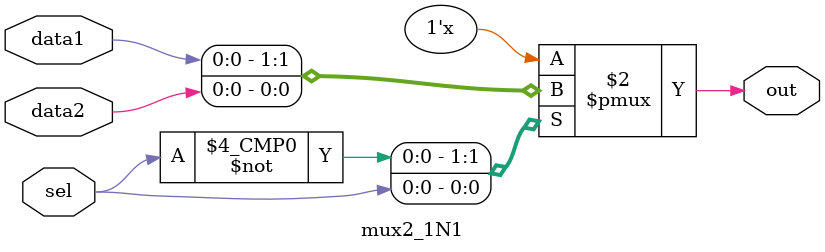
<source format=v>
module mux2_1N1(input data1, input data2,input sel, output reg out);

always @(*)begin
	case(sel)
		1'b0 : out = data1;
		1'b1 : out = data2;
	endcase
end

endmodule

</source>
